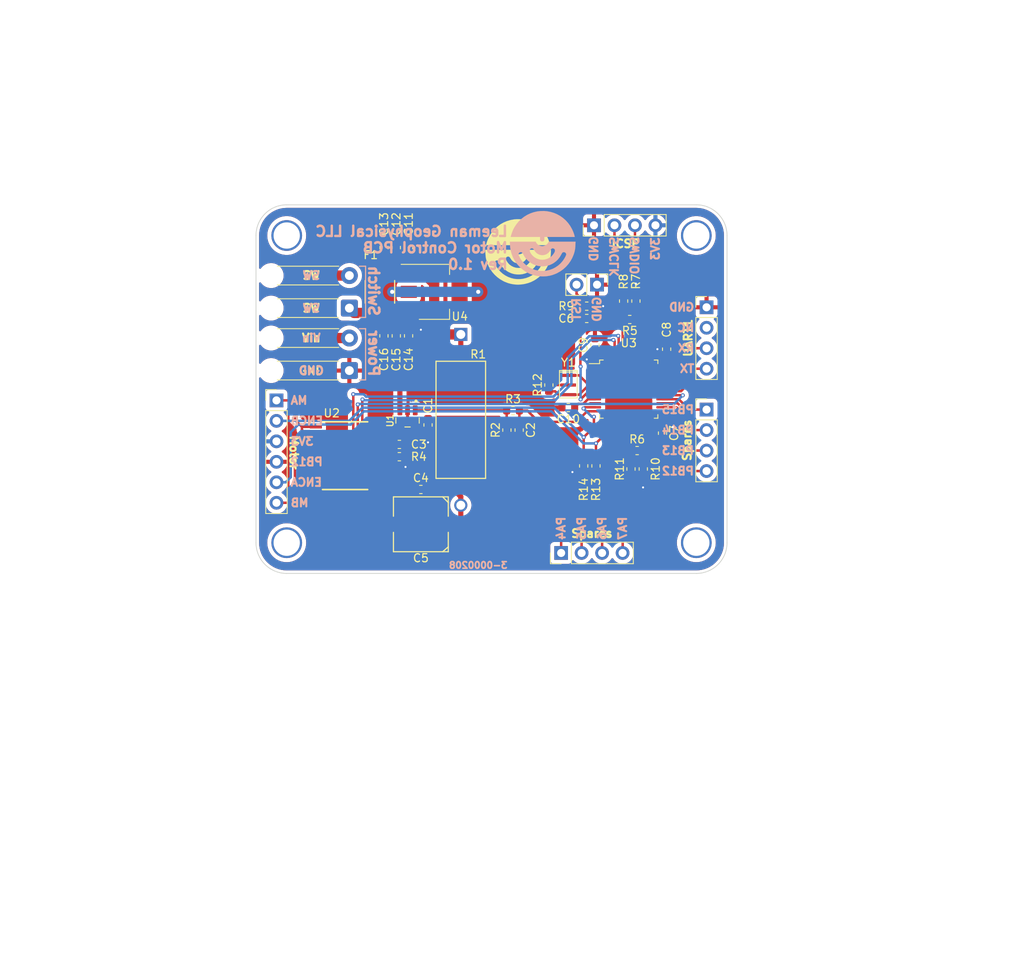
<source format=kicad_pcb>
(kicad_pcb (version 20240108) (generator "pcbnew") (generator_version "8.0")
  (title_block (title "Motor PCB - NSSL EFM") (date "2024-03-26") (rev "1.0") (company "Leeman Geophysical LLC") (comment 1 "(479) 373-3736") (comment 2 "Gentry, AR 72734") (comment 3 "23830 West AR Highway 12"))
  (layers (0 "F.Cu" signal) (1 "In1.Cu" signal) (2 "In2.Cu" signal) (31 "B.Cu" signal) (34 "B.Paste" user) (35 "F.Paste" user) (36 "B.SilkS" user "B.Silkscreen") (37 "F.SilkS" user "F.Silkscreen") (38 "B.Mask" user) (39 "F.Mask" user) (44 "Edge.Cuts" user))
  (net 0 "")
  (net 1 "+3V3")
  (net 2 "Net-(U1-VIN-)")
  (net 3 "GND")
  (net 4 "Current_Sense")
  (net 5 "/microcontroller/Reset")
  (net 6 "Net-(J8-Pin_1)")
  (net 7 "Motor_Encoder_B")
  (net 8 "+BATT")
  (net 9 "Motor_Encoder_A")
  (net 10 "Net-(J1-Pin_1)")
  (net 11 "Net-(J1-Pin_6)")
  (net 12 "Net-(J4-Pin_2)")
  (net 13 "Net-(J4-Pin_1)")
  (net 14 "/microcontroller/SWCLK")
  (net 15 "/microcontroller/SWDIO")
  (net 16 "Net-(J4-Pin_4)")
  (net 17 "Net-(J4-Pin_3)")
  (net 18 "Net-(J5-Pin_3)")
  (net 19 "Net-(J5-Pin_1)")
  (net 20 "Net-(J5-Pin_4)")
  (net 21 "Net-(J5-Pin_2)")
  (net 23 "Net-(J7-Pin_2)")
  (net 24 "UART1_TX")
  (net 25 "UART1_RX")
  (net 26 "Net-(U1-OUT)")
  (net 27 "Net-(R5-Pad2)")
  (net 28 "Net-(U2-STBY)")
  (net 29 "Net-(R10-Pad2)")
  (net 30 "Net-(U3-PD0)")
  (net 31 "Net-(U3-PD1)")
  (net 34 "/microcontroller/Boot0")
  (net 35 "/microcontroller/Boot1")
  (net 41 "DriverAin1")
  (net 42 "DriverAin2")
  (net 43 "DriverPWM")
  (footprint "mechanical:MountingHole_imperial4" (layer "F.Cu") (at 168.91 118.11)
    (property "Reference" "H1" (hide yes))
    (property "Value" "Imperial4")
  )
  (footprint "mechanical:MountingHole_imperial4" (layer "F.Cu") (at 118.11 118.11)
    (property "Reference" "H2" (hide yes))
    (property "Value" "Imperial4")
  )
  (footprint "mechanical:MountingHole_imperial4" (layer "F.Cu") (at 168.91 80.01)
    (property "Reference" "H3" (hide yes))
    (property "Value" "Imperial4")
  )
  (footprint "mechanical:MountingHole_imperial4" (layer "F.Cu") (at 118.11 80.01)
    (property "Reference" "H4" (hide yes))
    (property "Value" "Imperial4")
  )
  (footprint "capacitors_0603:1-0000007" (layer "F.Cu") (at 164.719 104.521 -90)
    (property "Reference" "C7")
    (property "Value" "1-0000007")
  )
  (footprint "capacitors_0603:1-0000007" (layer "F.Cu") (at 134.747 111.506)
    (property "Reference" "C4")
    (property "Value" "1-0000007")
  )
  (footprint "np_connectors:PinHeader_1x04_P2.54mm_Vertical" (layer "F.Cu") (at 170.18 101.6)
    (property "Reference" "J4" (hide yes))
    (property "Value" "NP_Conn_01x04")
  )
  (footprint "capacitors_0603:1-0000018" (layer "F.Cu") (at 131.699 81.5085 90)
    (property "Reference" "C12")
    (property "Value" "1-0000018")
  )
  (footprint "mechanical:Fiducial_1mm_Mask2mm" (layer "F.Cu") (at 163.83 119.38)
    (property "Reference" "FID2" (hide yes))
    (property "Value" "Fiducial_1mm_2mm")
  )
  (footprint "capacitors_0603:1-0000018" (layer "F.Cu") (at 155.321 90.297)
    (property "Reference" "C6")
    (property "Value" "1-0000018")
  )
  (footprint "np_connectors:PinHeader_1x04_P2.54mm_Vertical" (layer "F.Cu") (at 152.146 119.38 90)
    (property "Reference" "J5" (hide yes))
    (property "Value" "NP_Conn_01x04")
  )
  (footprint "capacitors_0603:1-0000007" (layer "F.Cu") (at 133.223 92.456 -90)
    (property "Reference" "C14")
    (property "Value" "1-0000007")
  )
  (footprint "resistors_0603:1-0000010" (layer "F.Cu") (at 145.415 104.14 -90)
    (property "Reference" "R2")
    (property "Value" "1-0000010")
  )
  (footprint "capacitors_0603:1-0000007" (layer "F.Cu") (at 130.175 81.5085 90)
    (property "Reference" "C13")
    (property "Value" "1-0000007")
  )
  (footprint "misc:barepcb" (layer "F.Cu") (at 162.941 170.18)
    (property "Reference" "PCB1")
    (property "Value" "barepcb")
  )
  (footprint "np_connectors:PinHeader_1x04_P2.54mm_Vertical" (layer "F.Cu") (at 156.22 78.74 90)
    (property "Reference" "J3" (hide yes))
    (property "Value" "NP_Conn_01x04")
  )
  (footprint "np_connectors:SolderWire_1x02_Relief" (layer "F.Cu") (at 126.475 86.941 -90)
    (property "Reference" "J8" (hide yes))
    (property "Value" "NP_Conn_01x02_Relief")
  )
  (footprint "np_connectors:PinHeader_1x04_P2.54mm_Vertical" (layer "F.Cu") (at 170.18 88.91)
    (property "Reference" "J6" (hide yes))
    (property "Value" "NP_Conn_01x04")
  )
  (footprint "crystals_resonators:1-0000721" (layer "F.Cu") (at 153.035 98.552 -90)
    (property "Reference" "Y1")
    (property "Value" "1-0000721")
  )
  (footprint "resistors_0603:1-0000006" (layer "F.Cu") (at 150.622 98.552 -90)
    (property "Reference" "R12")
    (property "Value" "1-0000006")
  )
  (footprint "capacitors_0603:1-0000005" (layer "F.Cu") (at 133.223 81.5085 90)
    (property "Reference" "C11")
    (property "Value" "1-0000005")
  )
  (footprint "resistors_0603:1-0000009" (layer "F.Cu") (at 146.177 101.727)
    (property "Reference" "R3")
    (property "Value" "1-0000009")
  )
  (footprint "resistors_0603:1-0000010" (layer "F.Cu") (at 156.464 108.585 90)
    (property "Reference" "R13")
    (property "Value" "1-0000010")
  )
  (footprint "resistors_0603:1-0000006" (layer "F.Cu") (at 161.417 88.138 -90)
    (property "Reference" "R7")
    (property "Value" "1-0000006")
  )
  (footprint "resistors_0603:1-0000010" (layer "F.Cu") (at 132.08 107.442 180)
    (property "Reference" "R4")
    (property "Value" "1-0000010")
  )
  (footprint "np_connectors:SolderWire_1x02_Relief" (layer "F.Cu") (at 126.475 94.688 -90)
    (property "Reference" "J7" (hide yes))
    (property "Value" "NP_Conn_01x02_Relief")
  )
  (footprint "np_connectors:PinHeader_1x06_P2.54mm_Vertical" (layer "F.Cu") (at 116.84 100.457)
    (property "Reference" "J1" (hide yes))
    (property "Value" "NP_Conn_01x06")
  )
  (footprint "capacitors:1-0000176" (layer "F.Cu") (at 134.747 115.824 -90)
    (property "Reference" "C5")
    (property "Value" "1-0000176")
  )
  (footprint "regulators:1-0000196" (layer "F.Cu") (at 136.398 86.995)
    (property "Reference" "U4")
    (property "Value" "1-0000196")
  )
  (footprint "capacitors_0603:1-0000018" (layer "F.Cu") (at 131.699 92.456 -90)
    (property "Reference" "C15")
    (property "Value" "1-0000018")
  )
  (footprint "resistors_0603:1-0000006" (layer "F.Cu") (at 160.8075 108.966 -90)
    (property "Reference" "R11")
    (property "Value" "1-0000006")
  )
  (footprint "capacitors_0603:1-0000007" (layer "F.Cu") (at 135.636 103.505 90)
    (property "Reference" "C1")
    (property "Value" "1-0000007")
  )
  (footprint "resistors_0603:1-0000010" (layer "F.Cu") (at 155.321 88.773 180)
    (property "Reference" "R9")
    (property "Value" "1-0000010")
  )
  (footprint "resistors_0603:1-0000006" (layer "F.Cu") (at 162.3315 108.966 90)
    (property "Reference" "R10")
    (property "Value" "1-0000006")
  )
  (footprint "resistors_0603:1-0000174" (layer "F.Cu") (at 160.655 90.424)
    (property "Reference" "R5")
    (property "Value" "1-0000174")
  )
  (footprint "others:1-0000452" (layer "F.Cu") (at 133.096 102.955 -90)
    (property "Reference" "U1")
    (property "Value" "1-0000452")
  )
  (footprint "microcontrollers:1-0000207" (layer "F.Cu") (at 160.528 99.06)
    (property "Reference" "U3")
    (property "Value" "1-0000207")
  )
  (footprint "resistors_0603:1-0000010" (layer "F.Cu") (at 154.94 108.585 90)
    (property "Reference" "R14")
    (property "Value" "1-0000010")
  )
  (footprint "capacitors_0603:1-0000007" (layer "F.Cu") (at 153.035 101.346 180)
    (property "Reference" "C10")
    (property "Value" "1-0000007")
  )
  (footprint "capacitors_0603:1-0000007" (layer "F.Cu") (at 156.337 93.599 90)
    (property "Reference" "C9")
    (property "Value" "1-0000007")
  )
  (footprint "capacitors_0603:1-0000007" (layer "F.Cu") (at 165.227 94.107 90)
    (property "Reference" "C8")
    (property "Value" "1-0000007")
  )
  (footprint "resistors_0603:1-0000174" (layer "F.Cu") (at 161.5695 106.68)
    (property "Reference" "R6")
    (property "Value" "1-0000174")
  )
  (footprint "resistors:1-0001546" (layer "F.Cu") (at 139.7 92.2782 -90)
    (property "Reference" "R1")
    (property "Value" "1-0001546" (hide yes))
  )
  (footprint "capacitors_0603:1-0000005" (layer "F.Cu") (at 130.166 92.456 -90)
    (property "Reference" "C16")
    (property "Value" "1-0000005")
  )
  (footprint "pcb_graphics:PCB Logo Standard" (layer "F.Cu") (at 146.812 82.042)
    (property "Reference" "G***" (hide yes))
    (property "Value" "LOGO" (hide yes))
  )
  (footprint "resistors_0603:1-0000006" (layer "F.Cu") (at 159.893 88.138 90)
    (property "Reference" "R8")
    (property "Value" "1-0000006")
  )
  (footprint "motor_drivers:1-0001532" (layer "F.Cu") (at 125.349 107.315)
    (property "Reference" "U2")
    (property "Value" "1-0001532")
  )
  (footprint "fuses:1-0001547" (layer "F.Cu") (at 129.667 86.995 90)
    (property "Reference" "F1")
    (property "Value" "1-0001547" (hide yes))
  )
  (footprint "capacitors_0603:1-0000007" (layer "F.Cu") (at 146.939 104.14 -90)
    (property "Reference" "C2")
    (property "Value" "1-0000007")
  )
  (footprint "np_connectors:PinHeader_1x02_P2.54mm_Vertical" (layer "F.Cu") (at 156.596 86.106 -90)
    (property "Reference" "J2" (hide yes))
    (property "Value" "NP_Conn_01x02")
  )
  (footprint "capacitors_0603:1-0000007" (layer "F.Cu") (at 132.08 105.918 180)
    (property "Reference" "C3")
    (property "Value" "1-0000007")
  )
  (footprint "mechanical:Fiducial_1mm_Mask2mm" (layer "F.Cu") (at 123.19 78.74)
    (property "Reference" "FID1" (hide yes))
    (property "Value" "Fiducial_1mm_2mm")
  )
  (footprint "pcb_graphics:PCB Logo Standard" (layer "B.Cu") (at 149.86 81.026 180)
    (property "Reference" "G***" (hide yes))
    (property "Value" "LOGO" (hide yes))
  )
  (gr_line (start 127.889 83.82) (end 127.889 90.17) (stroke (width 0.15)) (layer "B.SilkS"))
  (gr_line (start 127.889 97.917) (end 127.127 97.917) (stroke (width 0.15)) (layer "B.SilkS"))
  (gr_line (start 127.127 91.567) (end 127.889 91.567) (stroke (width 0.15)) (layer "B.SilkS"))
  (gr_line (start 127.889 90.17) (end 127.127 90.17) (stroke (width 0.15)) (layer "B.SilkS"))
  (gr_line (start 127.889 91.567) (end 127.889 97.917) (stroke (width 0.15)) (layer "B.SilkS"))
  (gr_line (start 127.127 83.82) (end 127.889 83.82) (stroke (width 0.15)) (layer "B.SilkS"))
  (gr_line (start 114.3 118.11) (end 114.300001 80.010001) (stroke (width 0.1)) (layer "Edge.Cuts"))
  (gr_arc (start 114.300001 80.010001) (mid 115.415924 77.315924) (end 118.110001 76.200001) (stroke (width 0.1)) (layer "Edge.Cuts"))
  (gr_arc (start 118.11 121.92) (mid 115.415923 120.804077) (end 114.3 118.11) (stroke (width 0.1)) (layer "Edge.Cuts"))
  (gr_arc (start 172.72 118.11) (mid 171.604077 120.804077) (end 168.91 121.92) (stroke (width 0.1)) (layer "Edge.Cuts"))
  (gr_arc (start 168.91 76.2) (mid 171.604077 77.315923) (end 172.72 80.01) (stroke (width 0.1)) (layer "Edge.Cuts"))
  (gr_line (start 118.110001 76.200001) (end 168.91 76.2) (stroke (width 0.1)) (layer "Edge.Cuts"))
  (gr_line (start 172.72 80.01) (end 172.72 118.11) (stroke (width 0.1)) (layer "Edge.Cuts"))
  (gr_line (start 168.91 121.92) (end 118.11 121.92) (stroke (width 0.1)) (layer "Edge.Cuts"))
  (gr_text "SWCLK" (at 158.75 82.6262 90) (layer "B.SilkS") (effects (font (size 1 1) (thickness 0.25)) (justify mirror)))
  (gr_text "PB12" (at 166.624 109.22 0) (layer "B.SilkS") (effects (font (size 1 1) (thickness 0.25)) (justify mirror)))
  (gr_text "GND" (at 121.158 96.774 0) (layer "B.SilkS") (effects (font (size 1 1) (thickness 0.25)) (justify mirror)))
  (gr_text "PA4" (at 152.146 116.332 90) (layer "B.SilkS") (effects (font (size 1 1) (thickness 0.25)) (justify mirror)))
  (gr_text "MA" (at 119.634 100.457 0) (layer "B.SilkS") (effects (font (size 1 1) (thickness 0.25)) (justify mirror)))
  (gr_text "Vin" (at 121.158 92.71 0) (layer "B.SilkS") (effects (font (size 1 1) (thickness 0.25)) (justify mirror)))
  (gr_text "PA7" (at 159.766 116.332 90) (layer "B.SilkS") (effects (font (size 1 1) (thickness 0.25)) (justify mirror)))
  (gr_text "Switch" (at 128.905 86.868 270) (layer "B.SilkS") (effects (font (size 1.27 1.27) (thickness 0.3175)) (justify mirror)))
  (gr_text "GND" (at 167.092381 88.9 0) (layer "B.SilkS") (effects (font (size 1 1) (thickness 0.25)) (justify mirror)))
  (gr_text "ENCB" (at 120.61019 102.997 0) (layer "B.SilkS") (effects (font (size 1 1) (thickness 0.25)) (justify mirror)))
  (gr_text "SW" (at 121.158 89.027 0) (layer "B.SilkS") (effects (font (size 1 1) (thickness 0.25)) (justify mirror)))
  (gr_text "SW" (at 121.158 84.963 0) (layer "B.SilkS") (effects (font (size 1 1) (thickness 0.25)) (justify mirror)))
  (gr_text "MB" (at 119.705428 113.157 0) (layer "B.SilkS") (effects (font (size 1 1) (thickness 0.25)) (justify mirror)))
  (gr_text "GND" (at 156.591 89.154 90) (layer "B.SilkS") (effects (font (size 1 1) (thickness 0.25)) (justify mirror)))
  (gr_text "TX" (at 167.759048 96.52 0) (layer "B.SilkS") (effects (font (size 1 1) (thickness 0.25)) (justify mirror)))
  (gr_text "SWDIO" (at 161.29 82.4738 90) (layer "B.SilkS") (effects (font (size 1 1) (thickness 0.25)) (justify mirror)))
  (gr_text "PA5" (at 154.686 116.332 90) (layer "B.SilkS") (effects (font (size 1 1) (thickness 0.25)) (justify mirror)))
  (gr_text "PB13" (at 166.624 106.68 0) (layer "B.SilkS") (effects (font (size 1 1) (thickness 0.25)) (justify mirror)))
  (gr_text "RX" (at 167.64 93.98 0) (layer "B.SilkS") (effects (font (size 1 1) (thickness 0.25)) (justify mirror)))
  (gr_text "ENCA" (at 120.538762 110.617 0) (layer "B.SilkS") (effects (font (size 1 1) (thickness 0.25)) (justify mirror)))
  (gr_text "RST" (at 154.051 89.154 90) (layer "B.SilkS") (effects (font (size 1 1) (thickness 0.25)) (justify mirror)))
  (gr_text "PB15" (at 166.624 101.6 0) (layer "B.SilkS") (effects (font (size 1 1) (thickness 0.25)) (justify mirror)))
  (gr_text "NC" (at 167.592381 91.44 0) (layer "B.SilkS") (effects (font (size 1 1) (thickness 0.25)) (justify mirror)))
  (gr_text "GND" (at 156.21 81.661 90) (layer "B.SilkS") (effects (font (size 1 1) (thickness 0.25)) (justify mirror)))
  (gr_text "PB14" (at 166.624 104.14 0) (layer "B.SilkS") (effects (font (size 1 1) (thickness 0.25)) (justify mirror)))
  (gr_text "Power" (at 128.905 94.615 270) (layer "B.SilkS") (effects (font (size 1.27 1.27) (thickness 0.3175)) (justify mirror)))
  (gr_text "3-0000208" (at 141.859 120.904 0) (layer "B.SilkS") (effects (font (size 0.8128 0.8128) (thickness 0.2032) (bold yes)) (justify mirror)))
  (gr_text "3V3" (at 163.83 81.661 90) (layer "B.SilkS") (effects (font (size 1 1) (thickness 0.25)) (justify mirror)))
  (gr_text "PA6" (at 157.226 116.332 90) (layer "B.SilkS") (effects (font (size 1 1) (thickness 0.25)) (justify mirror)))
  (gr_text "PB12" (at 120.586381 108.077 0) (layer "B.SilkS") (effects (font (size 1 1) (thickness 0.25)) (justify mirror)))
  (gr_text "Leeman Geophysical LLC\nMotor Control PCB\nRev 1.0" (at 145.669 81.534 0) (layer "B.SilkS") (effects (font (size 1.27 1.27) (thickness 0.3)) (justify left mirror)))
  (gr_text "3V3" (at 120.014952 105.537 0) (layer "B.SilkS") (effects (font (size 1 1) (thickness 0.25)) (justify mirror)))
  (gr_text "SW" (at 121.158 89.027 0) (layer "F.SilkS") (effects (font (size 1 1) (thickness 0.25))))
  (gr_text "GND" (at 121.158 96.774 0) (layer "F.SilkS") (effects (font (size 1 1) (thickness 0.25))))
  (gr_text "ICSP" (at 160.147 81.026 0) (layer "F.SilkS") (effects (font (size 1 1) (thickness 0.25))))
  (gr_text "Motor" (at 118.999 106.934 270) (layer "F.SilkS") (effects (font (size 1 1) (thickness 0.25))))
  (gr_text "Vin" (at 121.158 92.71 0) (layer "F.SilkS") (effects (font (size 1 1) (thickness 0.25))))
  (gr_text "Spares" (at 167.767 105.41 90) (layer "F.SilkS") (effects (font (size 1 1) (thickness 0.25))))
  (gr_text "Spares" (at 155.956 116.967 0) (layer "F.SilkS") (effects (font (size 1 1) (thickness 0.25))))
  (gr_text "UART1" (at 167.894 92.71 90) (layer "F.SilkS") (effects (font (size 1 1) (thickness 0.25))))
  (gr_text "SW" (at 121.158 84.963 0) (layer "F.SilkS") (effects (font (size 1 1) (thickness 0.25))))
  (segment (start 134.7215 91.6685) (end 134.747 91.694) (width 0.3048) (layer "F.Cu") (net 1))
  (segment (start 156.3115 94.3865) (end 156.337 94.3865) (width 0.3048) (layer "F.Cu") (net 1))
  (segment (start 164.719 103.7335) (end 165.9635 103.7335) (width 0.3048) (layer "F.Cu") (net 1))
  (segment (start 131.699 91.6685) (end 130.166 91.6685) (width 0.3048) (layer "F.Cu") (net 1))
  (segment (start 135.636 104.2925) (end 134.1285 104.2925) (width 0.3048) (layer "F.Cu") (net 1))
  (segment (start 164.6905 96.31) (end 164.6905 95.983375) (width 0.3048) (layer "F.Cu") (net 1))
  (segment (start 164.4395 94.107) (end 165.227 94.8945) (width 0.3048) (layer "F.Cu") (net 1))
  (segment (start 133.248 89.295) (end 133.248 91.6435) (width 0.3048) (layer "F.Cu") (net 1))
  (segment (start 161.417 87.3505) (end 161.417 85.979) (width 0.3048) (layer "F.Cu") (net 1))
  (segment (start 154.8892 100.8888) (end 154.2797 100.8888) (width 0.3048) (layer "F.Cu") (net 1))
  (segment (start 162.3315 111.2265) (end 162.306 111.252) (width 0.3048) (layer "F.Cu") (net 1))
  (segment (start 134.1285 104.2925) (end 134.046 104.21) (width 0.3048) (layer "F.Cu") (net 1))
  (segment (start 162.3315 109.7535) (end 162.3315 111.2265) (width 0.3048) (layer "F.Cu") (net 1))
  (segment (start 156.3655 100.31) (end 155.468 100.31) (width 0.3048) (layer "F.Cu") (net 1))
  (segment (start 130.0705 106.34) (end 128.974 106.34) (width 0.3048) (layer "F.Cu") (net 1))
  (segment (start 132.8675 107.442) (end 132.8675 108.6865) (width 0.3048) (layer "F.Cu") (net 1))
  (segment (start 165.9635 103.7335) (end 165.989 103.759) (width 0.3048) (layer "F.Cu") (net 1))
  (segment (start 156.848 94.8975) (end 156.337 94.3865) (width 0.3048) (layer "F.Cu") (net 1))
  (segment (start 131.2925 105.918) (end 130.4925 105.918) (width 0.3048) (layer "F.Cu") (net 1))
  (segment (start 164.208 103.2225) (end 164.719 103.7335) (width 0.3048) (layer "F.Cu") (net 1))
  (segment (start 133.248 91.6435) (end 133.223 91.6685) (width 0.3048) (layer "F.Cu") (net 1))
  (segment (start 153.8225 101.346) (end 153.8225 102.3365) (width 0.3048) (layer "F.Cu") (net 1))
  (segment (start 131.2925 105.918) (end 131.3435 105.918) (width 0.3048) (layer "F.Cu") (net 1))
  (segment (start 154.94 109.3725) (end 153.5685 109.3725) (width 0.3048) (layer "F.Cu") (net 1))
  (segment (start 155.468 100.31) (end 154.8892 100.8888) (width 0.3048) (layer "F.Cu") (net 1))
  (segment (start 133.223 91.6685) (end 131.699 91.6685) (width 0.3048) (layer "F.Cu") (net 1))
  (segment (start 135.636 104.2925) (end 135.636 105.664) (width 0.3048) (layer "F.Cu") (net 1))
  (segment (start 132.8675 108.6865) (end 132.842 108.712) (width 0.3048) (layer "F.Cu") (net 1))
  (segment (start 155.321 95.377) (end 156.3115 94.3865) (width 0.3048) (layer "F.Cu") (net 1))
  (segment (start 163.278 103.2225) (end 164.208 103.2225) (width 0.3048) (layer "F.Cu") (net 1))
  (segment (start 133.223 91.6685) (end 134.7215 91.6685) (width 0.3048) (layer "F.Cu") (net 1))
  (segment (start 153.5685 109.3725) (end 153.543 109.347) (width 0.3048) (layer "F.Cu") (net 1))
  (segment (start 156.464 109.3725) (end 154.94 109.3725) (width 0.3048) (layer "F.Cu") (net 1))
  (segment (start 153.8225 102.3365) (end 153.67 102.489) (width 0.3048) (layer "F.Cu") (net 1))
  (segment (start 165.227 95.446875) (end 165.227 94.8945) (width 0.3048) (layer "F.Cu") (net 1))
  (segment (start 131.3435 105.918) (end 132.8675 107.442) (width 0.3048) (layer "F.Cu") (net 1))
  (segment (start 130.4925 105.918) (end 130.0705 106.34) (width 0.3048) (layer "F.Cu") (net 1))
  (segment (start 164.6905 95.983375) (end 165.227 95.446875) (width 0.3048) (layer "F.Cu") (net 1))
  (segment (start 164.084 94.107) (end 164.4395 94.107) (width 0.3048) (layer "F.Cu") (net 1))
  (segment (start 154.2797 100.8888) (end 153.8225 101.346) (width 0.3048) (layer "F.Cu") (net 1))
  (segment (start 157.778 94.8975) (end 156.848 94.8975) (width 0.3048) (layer "F.Cu") (net 1))
  (segment (start 156.1085 88.773) (end 157.353 88.773) (width 0.3048) (layer "F.Cu") (net 1))
  (via (at 132.842 108.712) (size 0.508) (drill 0.254) (layers "F.Cu" "B.Cu") (net 1))
  (via (at 155.321 95.377) (size 0.508) (drill 0.254) (layers "F.Cu" "B.Cu") (net 1))
  (via (at 135.636 105.664) (size 0.508) (drill 0.254) (layers "F.Cu" "B.Cu") (net 1))
  (via (at 157.353 88.773) (size 0.508) (drill 0.254) (layers "F.Cu" "B.Cu") (net 1))
  (via (at 164.084 94.107) (size 0.508) (drill 0.254) (layers "F.Cu" "B.Cu") (net 1))
  (via (at 165.989 103.759) (size 0.508) (drill 0.254) (layers "F.Cu" "B.Cu") (net 1))
  (via (at 153.67 102.489) (size 0.508) (drill 0.254) (layers "F.Cu" "B.Cu") (net 1))
  (via (at 161.417 85.979) (size 0.508) (drill 0.254) (layers "F.Cu" "B.Cu") (net 1))
  (via (at 134.747 91.694) (size 0.508) (drill 0.254) (layers "F.Cu" "B.Cu") (net 1))
  (via (at 162.306 111.252) (size 0.508) (drill 0.254) (layers "F.Cu" "B.Cu") (net 1))
  (via (at 153.543 109.347) (size 0.508) (drill 0.254) (layers "F.Cu" "B.Cu") (net 1))
  (segment (start 139.7 115.443) (end 139.319 115.824) (width 0.635) (layer "F.Cu") (net 2))
  (segment (start 131.045 103.74) (end 131.515 104.21) (width 0.3048) (layer "F.Cu") (net 2))
  (segment (start 139.7 113.4618) (end 139.7 115.443) (width 0.635) (layer "F.Cu") (net 2))
  (segment (start 132.146 104.21) (end 132.531 104.21) (width 0.508) (layer "F.Cu") (net 2))
  (segment (start 134.2645 105.9435) (end 134.2645 110.236) (width 0.508) (layer "F.Cu") (net 2))
  (segment (start 130.81 110.744) (end 130.81 110.236) (width 0.3048) (layer "F.Cu") (net 2))
  (segment (start 128.974 103.74) (end 131.045 103.74) (width 0.3048) (layer "F.Cu") (net 2))
  (segment (start 139.7 112.395) (end 139.7 113.4618) (width 0.635) (layer "F.Cu") (net 2))
  (segment (start 139.319 115.824) (end 137.447 115.824) (width 0.635) (layer "F.Cu") (net 2))
  (segment (start 130.81 110.236) (end 134.2645 110.236) (width 0.3048) (layer "F.Cu") (net 2))
  (segment (start 128.974 110.24) (end 130.806 110.24) (width 0.3048) (layer "F.Cu") (net 2))
  (segment (start 130.664 110.89) (end 130.81 110.744) (width 0.3048) (layer "F.Cu") (net 2))
  (segment (start 138.811 111.506) (end 139.7 112.395) (width 0.635) (layer "F.Cu") (net 2))
  (segment (start 130.806 110.24) (end 130.81 110.236) (width 0.3048) (layer "F.Cu") (net 2))
  (segment (start 135.5345 111.506) (end 134.2645 110.236) (width 0.635) (layer "F.Cu") (net 2))
  (segment (start 128.974 110.89) (end 130.664 110.89) (width 0.3048) (layer "F.Cu") (net 2))
  (segment (start 132.531 104.21) (end 134.2645 105.9435) (width 0.508) (layer "F.Cu") (net 2))
  (segment (start 135.5345 111.506) (end 138.811 111.506) (width 0.635) (layer "F.Cu") (net 2))
  (segment (start 131.515 104.21) (end 132.146 104.21) (width 0.3048) (layer "F.Cu") (net 2))
  (segment (start 120.549 108.94) (end 121.724 108.94) (width 0.3048) (layer "F.Cu") (net 3))
  (segment (start 166.4208 96.4692) (end 166.0372 96.8528) (width 0.3048) (layer "F.Cu") (net 3))
  (segment (start 132.8675 105.918) (end 133.7057 106.7562) (width 0.3048) (layer "F.Cu") (net 3))
  (segment (start 131.953 109.601) (end 129.992 107.64) (width 0.3048) (layer "F.Cu") (net 3))
  (segment (start 166.4208 94.0308) (end 166.4208 96.4692) (width 0.3048) (layer "F.Cu") (net 3))
  (segment (start 120.269 105.167) (end 120.269 105.537) (width 0.3048) (layer "F.Cu") (net 3))
  (segment (start 133.248 86.995) (end 131.191 86.995) (width 1.27) (layer "F.Cu") (net 3))
  (segment (start 165.227 93.3195) (end 165.7095 93.3195) (width 0.3048) (layer "F.Cu") (net 3))
  (segment (start 158.278 93.889) (end 157.861 93.472) (width 0.3048) (layer "F.Cu") (net 3))
  (segment (start 133.7057 106.7562) (end 133.7057 109.1183) (width 0.3048) (layer "F.Cu") (net 3))
  (segment (start 120.396 105.04) (end 120.269 105.167) (width 0.3048) (layer "F.Cu") (net 3))
  (segment (start 120.512 109.59) (end 120.396 109.474) (width 0.3048) (layer "F.Cu") (net 3))
  (segment (start 158.278 94.8975) (end 158.278 93.889) (width 0.3048) (layer "F.Cu") (net 3))
  (segment (start 121.724 109.59) (end 120.512 109.59) (width 0.3048) (layer "F.Cu") (net 3))
  (segment (start 164.6905 96.81) (end 163.485 96.81) (width 0.3048) (layer "F.Cu") (net 3))
  (segment (start 120.269 105.537) (end 120.422 105.69) (width 0.3048) (layer "F.Cu") (net 3))
  (segment (start 156.3655 99.81) (end 157.873 99.81) (width 0.3048) (layer "F.Cu") (net 3))
  (segment (start 120.422 105.69) (end 121.724 105.69) (width 0.3048) (layer "F.Cu") (net 3))
  (segment (start 153.035 98.552) (end 149.733 98.552) (width 0.3048) (layer "F.Cu") (net 3))
  (segment (start 129.992 107.64) (end 128.974 107.64) (width 0.3048) (layer "F.Cu") (net 3))
  (segment (start 164.7333 96.8528) (end 164.6905 96.81) (width 0.3048) (layer "F.Cu") (net 3))
  (segment (start 166.0372 96.8528) (end 164.7333 96.8528) (width 0.3048) (layer "F.Cu") (net 3))
  (segment (start 133.223 109.601) (end 131.953 109.601) (width 0.3048) (layer "F.Cu") (net 3))
  (segment (start 158.278 99.405) (end 158.278 94.8975) (width 0.3048) (layer "F.Cu") (net 3))
  (segment (start 157.873 99.81) (end 158.278 99.405) (width 0.3048) (layer "F.Cu") (net 3))
  (segment (start 133.7057 109.1183) (end 133.223 109.601) (width 0.3048) (layer "F.Cu") (net 3))
  (segment (start 120.396 109.474) (end 120.396 109.093) (width 0.3048) (layer "F.Cu") (net 3))
  (segment (start 121.724 105.04) (end 120.396 105.04) (width 0.3048) (layer "F.Cu") (net 3))
  (segment (start 165.7095 93.3195) (end 166.4208 94.0308) (width 0.3048) (layer "F.Cu") (net 3))
  (segment (start 128.974 107.64) (end 127.31 107.64) (width 0.3048) (layer "F.Cu") (net 3))
  (segment (start 162.778 103.2225) (end 162.778 104.485) (width 0.3048) (layer "F.Cu") (net 3))
  (segment (start 120.396 109.093) (end 120.549 108.94) (width 0.3048) (layer "F.Cu") (net 3))
  (via (at 131.191 86.995) (size 1.016) (drill 0.508) (layers "F.Cu" "B.Cu") (net 3))
  (via (at 141.859 86.995) (size 1.016) (drill 0.508) (layers "F.Cu" "B.Cu") (net 3))
  (segment (start 131.191 86.995) (end 141.859 86.995) (width 1.27) (layer "B.Cu") (net 3))
  (segment (start 154.051 103.124) (end 149.352 103.124) (width 0.3048) (layer "F.Cu") (net 4))
  (segment (start 155.365 101.81) (end 154.051 103.124) (width 0.3048) (layer "F.Cu") (net 4))
  (segment (start 149.352 103.124) (end 147.955 101.727) (width 0.3048) (layer "F.Cu") (net 4))
  (segment (start 146.9645 101.727) (end 146.9645 103.327) (width 0.3048) (layer "F.Cu") (net 4))
  (segment (start 156.3655 101.81) (end 155.365 101.81) (width 0.3048) (layer "F.Cu") (net 4))
  (segment (start 146.9645 103.327) (end 146.939 103.3525) (width 0.3048) (layer "F.Cu") (net 4))
  (segment (start 147.955 101.727) (end 146.9645 101.727) (width 0.3048) (layer "F.Cu") (net 4))
  (segment (start 155.579 99.31) (end 156.3655 99.31) (width 0.3048) (layer "F.Cu") (net 5))
  (segment (start 154.559 100.33) (end 155.579 99.31) (width 0.3048) (layer "F.Cu") (net 5))
  (segment (start 154.5335 88.773) (end 154.5335 90.297) (width 0.3048) (layer "F.Cu") (net 5))
  (segment (start 154.5335 90.297) (end 154.5335 96.2405) (width 0.3048) (layer "F.Cu") (net 5))
  (segment (start 154.559 88.7475) (end 154.5335 88.773) (width 0.3048) (layer "F.Cu") (net 5))
  (segment (start 154.559 87.757) (end 154.559 88.7475) (width 0.3048) (layer "F.Cu") (net 5))
  (segment (start 154.5335 96.2405) (end 154.559 96.266) (width 0.3048) (layer "F.Cu") (net 5))
  (segment (start 154.056 87.254) (end 154.559 87.757) (width 0.3048) (layer "F.Cu") (net 5))
  (segment (start 154.056 86.106) (end 154.056 87.254) (width 0.3048) (layer "F.Cu") (net 5))
  (via (at 154.559 96.266) (size 0.508) (drill 0.254) (layers "F.Cu" "B.Cu") (net 5))
  (via (at 154.559 100.33) (size 0.508) (drill 0.254) (layers "F.Cu" "B.Cu") (net 5))
  (segment (start 154.559 96.266) (end 154.559 100.33) (width 0.3048) (layer "B.Cu") (net 5))
  (segment (start 125.879 89.013) (end 126.4772 89.6112) (width 1.27) (layer "F.Cu") (net 6))
  (segment (start 126.4772 89.6112) (end 129.667 89.6112) (width 1.27) (layer "F.Cu") (net 6))
  (segment (start 154.94 105.029) (end 156.21 103.759) (width 0.3048) (layer "F.Cu") (net 7))
  (segment (start 154.94 107.7975) (end 154.94 105.029) (width 0.3048) (layer "F.Cu") (net 7))
  (segment (start 155.075443 101.31) (end 156.3655 101.31) (width 0.3048) (layer "F.Cu") (net 7))
  (segment (start 156.21 103.759) (end 156.21 102.489) (width 0.3048) (layer "F.Cu") (net 7))
  (segment (start 154.924931 101.460512) (end 155.075443 101.31) (width 0.3048) (layer "F.Cu") (net 7))
  (via (at 156.21 102.489) (size 0.508) (drill 0.254) (layers "F.Cu" "B.Cu") (net 7))
  (via (at 154.924931 101.460512) (size 0.508) (drill 0.254) (layers "F.Cu" "B.Cu") (net 7))
  (via (at 154.94 105.029) (size 0.508) (drill 0.254) (layers "F.Cu" "B.Cu") (net 7))
  (segment (start 127.495088 101.358912) (end 125.857 102.997) (width 0.3048) (layer "B.Cu") (net 7))
  (segment (start 155.953419 102.489) (end 154.924931 101.460512) (width 0.3048) (layer "B.Cu") (net 7))
  (segment (start 125.857 102.997) (end 116.84 102.997) (width 0.3048) (layer "B.Cu") (net 7))
  (segment (start 156.21 102.489) (end 155.953419 102.489) (width 0.3048) (layer "B.Cu") (net 7))
  (segment (start 154.94 105.029) (end 151.269912 101.358912) (width 0.3048) (layer "B.Cu") (net 7))
  (segment (start 151.269912 101.358912) (end 127.495088 101.358912) (width 0.3048) (layer "B.Cu") (net 7))
  (segment (start 133.223 84.67) (end 133.248 84.695) (width 1.27) (layer "F.Cu") (net 8))
  (segment (start 130.175 82.296) (end 133.223 82.296) (width 1.27) (layer "F.Cu") (net 8))
  (segment (start 135.114 84.695) (end 133.248 84.695) (width 1.27) (layer "F.Cu") (net 8))
  (segment (start 129.667 82.804) (end 130.175 82.296) (width 1.27) (layer "F.Cu") (net 8))
  (segment (start 136.398 85.979) (end 135.114 84.695) (width 1.27) (layer "F.Cu") (net 8))
  (segment (start 136.398 91.059) (end 136.398 85.979) (width 1.27) (layer "F.Cu") (net 8))
  (segment (start 139.7 92.2782) (end 137.6172 92.2782) (width 1.27) (layer "F.Cu") (net 8))
  (segment (start 132.146 98.613) (end 133.604 97.155) (width 0.635) (layer "F.Cu") (net 8))
  (segment (start 133.604 97.155) (end 138.303 97.155) (width 0.635) (layer "F.Cu") (net 8))
  (segment (start 133.223 82.296) (end 133.223 84.67) (width 1.27) (layer "F.Cu") (net 8))
  (segment (start 139.7 95.758) (end 139.7 92.2782) (width 0.635) (layer "F.Cu") (net 8))
  (segment (start 138.303 97.155) (end 139.7 95.758) (width 0.635) (layer "F.Cu") (net 8))
  (segment (start 132.146 101.7) (end 132.146 98.613) (width 0.635) (layer "F.Cu") (net 8))
  (segment (start 137.6172 92.2782) (end 136.398 91.059) (width 1.27) (layer "F.Cu") (net 8))
  (segment (start 129.667 84.3788) (end 129.667 82.804) (width 1.27) (layer "F.Cu") (net 8))
  (segment (start 157.778 103.2225) (end 157.778 104.477) (width 0.3048) (layer "F.Cu") (net 9))
  (segment (start 157.778 104.477) (end 156.464 105.791) (width 0.3048) (layer "F.Cu") (net 9))
  (segment (start 156.464 105.791) (end 156.464 107.7975) (width 0.3048) (layer "F.Cu") (net 9))
  (via (at 156.464 105.791) (size 0.508) (drill 0.254) (layers "F.Cu" "B.Cu") (net 9))
  (segment (start 154.911737 105.791) (end 150.936849 101.816112) (width 0.3048) (layer "B.Cu") (net 9))
  (segment (start 117.983 110.617) (end 116.84 110.617) (width 0.3048) (layer "B.Cu") (net 9))
  (segment (start 119.5578 103.4542) (end 118.618 104.394) (width 0.3048) (layer "B.Cu") (net 9))
  (segment (start 118.618 104.394) (end 118.618 109.982) (width 0.3048) (layer "B.Cu") (net 9))
  (segment (start 118.618 109.982) (end 117.983 110.617) (width 0.3048) (layer "B.Cu") (net 9))
  (segment (start 156.464 105.791) (end 154.911737 105.791) (width 0.3048) (layer "B.Cu") (net 9))
  (segment (start 150.936849 101.816112) (end 127.684466 101.816112) (width 0.3048) (layer "B.Cu") (net 9))
  (segment (start 126.046378 103.4542) (end 119.5578 103.4542) (width 0.3048) (layer "B.Cu") (net 9))
  (segment (start 127.684466 101.816112) (end 126.046378 103.4542) (width 0.3048) (layer "B.Cu") (net 9))
  (segment (start 118.364 100.457) (end 116.84 100.457) (width 0.3048) (layer "F.Cu") (net 10))
  (segment (start 119.126 102.87) (end 119.126 101.219) (width 0.3048) (layer "F.Cu") (net 10))
  (segment (start 119.996 103.74) (end 119.126 102.87) (width 0.3048) (layer "F.Cu") (net 10))
  (segment (start 120.265 104.39) (end 121.724 104.39) (width 0.3048) (layer "F.Cu") (net 10))
  (segment (start 119.126 101.219) (end 118.364 100.457) (width 0.3048) (layer "F.Cu") (net 10))
  (segment (start 119.996 103.74) (end 119.996 104.121) (width 0.3048) (layer "F.Cu") (net 10))
  (segment (start 119.996 104.121) (end 120.265 104.39) (width 0.3048) (layer "F.Cu") (net 10))
  (segment (start 121.724 103.74) (end 119.996 103.74) (width 0.3048) (layer "F.Cu") (net 10))
  (segment (start 120.213 106.609) (end 120.213 106.99) (width 0.3048) (layer "F.Cu") (net 11))
  (segment (start 121.724 106.34) (end 120.482 106.34) (width 0.3048) (layer "F.Cu") (net 11))
  (segment (start 119.126 112.268) (end 119.126 108.077) (width 0.3048) (layer "F.Cu") (net 11))
  (segment (start 120.482 106.34) (end 120.213 106.609) (width 0.3048) (layer "F.Cu") (net 11))
  (segment (start 118.237 113.157) (end 119.126 112.268) (width 0.3048) (layer "F.Cu") (net 11))
  (segment (start 119.126 108.077) (end 120.213 106.99) (width 0.3048) (layer "F.Cu") (net 11))
  (segment (start 120.213 106.99) (end 121.724 106.99) (width 0.3048) (layer "F.Cu") (net 11))
  (segment (start 116.84 113.157) (end 118.237 113.157) (width 0.3048) (layer "F.Cu") (net 11))
  (segment (start 167.894 102.119578) (end 167.894 103.632) (width 0.3048) (layer "F.Cu") (net 12))
  (segment (start 168.402 104.14) (end 170.18 104.14) (width 0.3048) (layer "F.Cu") (net 12))
  (segment (start 164.6905 100.81) (end 166.584422 100.81) (width 0.3048) (layer "F.Cu") (net 12))
  (segment (start 166.584422 100.81) (end 167.894 102.119578) (width 0.3048) (layer "F.Cu") (net 12))
  (segment (start 167.894 103.632) (end 168.402 104.14) (width 0.3048) (layer "F.Cu") (net 12))
  (segment (start 166.731 100.31) (end 168.021 101.6) (width 0.3048) (layer "F.Cu") (net 13))
  (segment (start 164.6905 100.31) (end 166.731 100.31) (width 0.3048) (layer "F.Cu") (net 13))
  (segment (start 168.021 101.6) (end 170.18 101.6) (width 0.3048) (layer "F.Cu") (net 13))
  (segment (start 158.76 80.02) (end 158.76 78.74) (width 0.3048) (layer "F.Cu") (net 14))
  (segment (start 163.278 82.898578) (end 161.024422 80.645) (width 0.3048) (layer "F.Cu") (net 14))
  (segment (start 161.024422 80.645) (end 159.385 80.645) (width 0.3048) (layer "F.Cu") (net 14))
  (segment (start 159.385 80.645) (end 158.76 80.02) (width 0.3048) (layer "F.Cu") (net 14))
  (segment (start 163.278 94.8975) (end 163.278 82.898578) (width 0.3048) (layer "F.Cu") (net 14))
  (segment (start 164.338 92.329) (end 163.7352 91.7262) (width 0.3048) (layer "F.Cu") (net 15))
  (segment (start 163.735199 82.709199) (end 161.3 80.274) (width 0.3048) (layer "F.Cu") (net 15))
  (segment (start 161.3 80.274) (end 161.3 78.74) (width 0.3048) (layer "F.Cu") (net 15))
  (segment (start 166.878 96.658578) (end 166.878 93.218) (width 0.3048) (layer "F.Cu") (net 15))
  (segment (start 166.226578 97.31) (end 166.878 96.658578) (width 0.3048) (layer "F.Cu") (net 15))
  (segment (start 163.7352 91.7262) (end 163.735199 82.709199) (width 0.3048) (layer "F.Cu") (net 15))
  (segment (start 166.878 93.218) (end 165.989 92.329) (width 0.3048) (layer "F.Cu") (net 15))
  (segment (start 164.6905 97.31) (end 166.226578 97.31) (width 0.3048) (layer "F.Cu") (net 15))
  (segment (start 165.989 92.329) (end 164.338 92.329) (width 0.3048) (layer "F.Cu") (net 15))
  (segment (start 164.6905 101.81) (end 166.291266 101.81) (width 0.3048) (layer "F.Cu") (net 16))
  (segment (start 168.021 109.22) (end 170.18 109.22) (width 0.3048) (layer "F.Cu") (net 16))
  (segment (start 166.9796 108.1786) (end 168.021 109.22) (width 0.3048) (layer "F.Cu") (net 16))
  (segment (start 166.291266 101.81) (end 166.9796 102.498334) (width 0.3048) (layer "F.Cu") (net 16))
  (segment (start 166.9796 102.498334) (end 166.9796 108.1786) (width 0.3048) (layer "F.Cu") (net 16))
  (segment (start 167.4368 105.8418) (end 168.275 106.68) (width 0.3048) (layer "F.Cu") (net 17))
  (segment (start 168.275 106.68) (end 170.18 106.68) (width 0.3048) (layer "F.Cu") (net 17))
  (segment (start 167.4368 102.308956) (end 167.4368 105.8418) (width 0.3048) (layer "F.Cu") (net 17))
  (segment (start 166.437844 101.31) (end 167.4368 102.308956) (width 0.3048) (layer "F.Cu") (net 17))
  (segment (start 164.6905 101.31) (end 166.437844 101.31) (width 0.3048) (layer "F.Cu") (net 17))
  (segment (start 157.226 117.983) (end 157.226 119.38) (width 0.3048) (layer "F.Cu") (net 18))
  (segment (start 159.278 103.2225) (end 159.278 115.931) (width 0.3048) (layer "F.Cu") (net 18))
  (segment (start 159.278 115.931) (end 157.226 117.983) (width 0.3048) (layer "F.Cu") (net 18))
  (segment (start 158.278 103.2225) (end 158.278 115.637844) (width 0.3048) (layer "F.Cu") (net 19))
  (segment (start 158.278 115.637844) (end 157.025044 116.8908) (width 0.3048) (layer "F.Cu") (net 19))
  (segment (start 157.025044 116.8908) (end 153.1112 116.8908) (width 0.3048) (layer "F.Cu") (net 19))
  (segment (start 152.146 117.856) (end 152.146 119.38) (width 0.3048) (layer "F.Cu") (net 19))
  (segment (start 153.1112 116.8908) (end 152.146 117.856) (width 0.3048) (layer "F.Cu") (net 19))
  (segment (start 159.778 103.2225) (end 159.778 119.368) (width 0.3048) (layer "F.Cu") (net 20))
  (segment (start 159.778 119.368) (end 159.766 119.38) (width 0.3048) (layer "F.Cu") (net 20))
  (segment (start 157.214422 117.348) (end 158.778 115.784422) (width 0.3048) (layer "F.Cu") (net 21))
  (segment (start 158.778 115.784422) (end 158.778 103.2225) (width 0.3048) (layer "F.Cu") (net 21))
  (segment (start 154.686 119.38) (end 154.686 117.856) (width 0.3048) (layer "F.Cu") (net 21))
  (segment (start 154.686 117.856) (end 155.194 117.348) (width 0.3048) (layer "F.Cu") (net 21))
  (segment (start 155.194 117.348) (end 157.214422 117.348) (width 0.3048) (layer "F.Cu") (net 21))
  (segment (start 123.063 85.979) (end 123.063 91.694) (width 1.27) (layer "F.Cu") (net 23))
  (segment (start 125.879 84.977) (end 124.065 84.977) (width 1.27) (layer "F.Cu") (net 23))
  (segment (start 123.063 91.694) (end 124.093 92.724) (width 1.27) (layer "F.Cu") (net 23))
  (segment (start 124.065 84.977) (end 123.063 85.979) (width 1.27) (layer "F.Cu") (net 23))
  (segment (start 124.093 92.724) (end 125.879 92.724) (width 1.27) (layer "F.Cu") (net 23))
  (segment (start 168.0972 98.233378) (end 168.0972 96.9518) (width 0.3048) (layer "F.Cu") (net 24))
  (segment (start 168.0972 96.9518) (end 168.529 96.52) (width 0.3048) (layer "F.Cu") (net 24))
  (segment (start 168.539 96.53) (end 170.18 96.53) (width 0.3048) (layer "F.Cu") (net 24))
  (segment (start 167.020578 99.31) (end 168.0972 98.233378) (width 0.3048) (layer "F.Cu") (net 24))
  (segment (start 164.6905 99.31) (end 167.020578 99.31) (width 0.3048) (layer "F.Cu") (net 24))
  (segment (start 168.529 96.52) (end 168.539 96.53) (width 0.3048) (layer "F.Cu") (net 24))
  (segment (start 168.92 93.99) (end 170.18 93.99) (width 0.3048) (layer "F.Cu") (net 25))
  (segment (start 164.6905 98.81) (end 166.874 98.81) (width 0.3048) (layer "F.Cu") (net 25))
  (segment (start 166.874 98.81) (end 167.64 98.044) (width 0.3048) (layer "F.Cu") (net 25))
  (segment (start 168.91 93.98) (end 168.92 93.99) (width 0.3048) (layer "F.Cu") (net 25))
  (segment (start 167.64 98.044) (end 167.64 95.25) (width 0.3048) (layer "F.Cu") (net 25))
  (segment (start 167.64 95.25) (end 168.91 93.98) (width 0.3048) (layer "F.Cu") (net 25))
  (segment (start 145.3625 101.7) (end 145.3895 101.727) (width 0.3048) (layer "F.Cu") (net 26))
  (segment (start 134.046 101.7) (end 145.3625 101.7) (width 0.3048) (layer "F.Cu") (net 26))
  (segment (start 145.3895 103.327) (end 145.415 103.3525) (width 0.3048) (layer "F.Cu") (net 26))
  (segment (start 145.3895 101.727) (end 145.3895 103.327) (width 0.3048) (layer "F.Cu") (net 26))
  (segment (start 161.4425 90.424) (end 161.4425 88.951) (width 0.3048) (layer "F.Cu") (net 27))
  (segment (start 161.4425 88.951) (end 161.417 88.9255) (width 0.3048) (layer "F.Cu") (net 27))
  (segment (start 161.417 88.9255) (end 159.893 88.9255) (width 0.3048) (layer "F.Cu") (net 27))
  (segment (start 128.974 106.99) (end 130.104 106.99) (width 0.3048) (layer "F.Cu") (net 28))
  (segment (start 130.104 106.99) (end 130.556 107.442) (width 0.3048) (layer "F.Cu") (net 28))
  (segment (start 130.556 107.442) (end 131.2925 107.442) (width 0.3048) (layer "F.Cu") (net 28))
  (segment (start 160.8075 108.1785) (end 162.3315 108.1785) (width 0.3048) (layer "F.Cu") (net 29))
  (segment (start 162.357 106.68) (end 162.357 108.153) (width 0.3048) (layer "F.Cu") (net 29))
  (segment (start 162.357 108.153) (end 162.3315 108.1785) (width 0.3048) (layer "F.Cu") (net 29))
  (segment (start 154.375 97.352) (end 155.333 98.31) (width 0.3048) (layer "F.Cu") (net 30))
  (segment (start 155.333 98.31) (end 156.3655 98.31) (width 0.3048) (layer "F.Cu") (net 30))
  (segment (start 151.822 97.352) (end 151.4095 97.7645) (width 0.3048) (layer "F.Cu") (net 30))
  (segment (start 151.4095 97.7645) (end 150.622 97.7645) (width 0.3048) (layer "F.Cu") (net 30))
  (segment (start 153.035 97.352) (end 154.375 97.352) (width 0.3048) (layer "F.Cu") (net 30))
  (segment (start 153.035 97.352) (end 151.822 97.352) (width 0.3048) (layer "F.Cu") (net 30))
  (segment (start 156.3615 98.806) (end 156.3655 98.81) (width 0.3048) (layer "F.Cu") (net 31))
  (segment (start 155.321 98.806) (end 156.3615 98.806) (width 0.3048) (layer "F.Cu") (net 31))
  (segment (start 151.822 99.752) (end 151.4095 99.3395) (width 0.3048) (layer "F.Cu") (net 31))
  (segment (start 153.035 99.752) (end 151.822 99.752) (width 0.3048) (layer "F.Cu") (net 31))
  (segment (start 154.375 99.752) (end 155.321 98.806) (width 0.3048) (layer "F.Cu") (net 31))
  (segment (start 151.4095 99.3395) (end 150.622 99.3395) (width 0.3048) (layer "F.Cu") (net 31))
  (segment (start 153.035 99.752) (end 154.375 99.752) (width 0.3048) (layer "F.Cu") (net 31))
  (segment (start 159.8675 90.424) (end 159.778 90.5135) (width 0.3048) (layer "F.Cu") (net 34))
  (segment (start 159.778 90.5135) (end 159.778 94.8975) (width 0.3048) (layer "F.Cu") (net 34))
  (segment (start 160.782 106.68) (end 160.782 103.2265) (width 0.3048) (layer "F.Cu") (net 35))
  (segment (start 160.782 103.2265) (end 160.778 103.2225) (width 0.3048) (layer "F.Cu") (net 35))
  (segment (start 127.788 105.69) (end 128.974 105.69) (width 0.3048) (layer "F.Cu") (net 41))
  (segment (start 159.2197 92.456) (end 159.278 92.5143) (width 0.3048) (layer "F.Cu") (net 41))
  (segment (start 126.365 104.267) (end 127.788 105.69) (width 0.3048) (layer "F.Cu") (net 41))
  (segment (start 159.278 92.5143) (end 159.278 94.8975) (width 0.3048) (layer "F.Cu") (net 41))
  (segment (start 126.365 99.695) (end 126.365 104.267) (width 0.3048) (layer "F.Cu") (net 41))
  (via (at 126.365 99.695) (size 0.508) (drill 0.254) (layers "F.Cu" "B.Cu") (net 41))
  (via (at 159.2197 92.456) (size 0.508) (drill 0.254) (layers "F.Cu" "B.Cu") (net 41))
  (segment (start 159.1689 92.4052) (end 158.3436 92.4052) (width 0.3048) (layer "B.Cu") (net 41))
  (segment (start 158.242 92.5068) (end 155.611359 92.5068) (width 0.3048) (layer "B.Cu") (net 41))
  (segment (start 159.2197 92.456) (end 159.1689 92.4052) (width 0.3048) (layer "B.Cu") (net 41))
  (segment (start 151.20711 99.987312) (end 127.942163 99.987312) (width 0.3048) (layer "B.Cu") (net 41))
  (segment (start 152.9588 98.235622) (end 151.20711 99.987312) (width 0.3048) (layer "B.Cu") (net 41))
  (segment (start 158.3436 92.4052) (end 158.242 92.5068) (width 0.3048) (layer "B.Cu") (net 41))
  (segment (start 155.611359 92.5068) (end 152.958801 95.159358) (width 0.3048) (layer "B.Cu") (net 41))
  (segment (start 152.958801 95.159358) (end 152.9588 98.235622) (width 0.3048) (layer "B.Cu") (net 41))
  (segment (start 127.942163 99.987312) (end 127.649851 99.695) (width 0.3048) (layer "B.Cu") (net 41))
  (segment (start 127.649851 99.695) (end 126.365 99.695) (width 0.3048) (layer "B.Cu") (net 41))
  (segment (start 126.9233 103.9998) (end 127.9635 105.04) (width 0.3048) (layer "F.Cu") (net 42))
  (segment (start 164.6905 99.81) (end 167.20388 99.81) (width 0.3048) (layer "F.Cu") (net 42))
  (segment (start 167.20388 99.81) (end 167.223858 99.829978) (width 0.3048) (layer "F.Cu") (net 42))
  (segment (start 126.9233 100.965) (end 126.9233 103.9998) (width 0.3048) (layer "F.Cu") (net 42))
  (segment (start 127.9635 105.04) (end 128.974 105.04) (width 0.3048) (layer "F.Cu") (net 42))
  (via (at 167.223858 99.829978) (size 0.508) (drill 0.254) (layers "F.Cu" "B.Cu") (net 42))
  (via (at 126.9233 100.965) (size 0.508) (drill 0.254) (layers "F.Cu" "B.Cu") (net 42))
  (segment (start 166.152124 100.901712) (end 167.223858 99.829978) (width 0.3048) (layer "B.Cu") (net 42))
  (segment (start 126.9233 100.965) (end 126.986588 100.901712) (width 0.3048) (layer "B.Cu") (net 42))
  (segment (start 126.986588 100.901712) (end 166.152124 100.901712) (width 0.3048) (layer "B.Cu") (net 42))
  (segment (start 127.4821 100.369312) (end 127.4821 103.8093) (width 0.3048) (layer "F.Cu") (net 43))
  (segment (start 158.778 94.8975) (end 158.778 93.119) (width 0.3048) (layer "F.Cu") (net 43))
  (segment (start 158.778 93.119) (end 158.623 92.964) (width 0.3048) (layer "F.Cu") (net 43))
  (segment (start 128.0628 104.39) (end 128.974 104.39) (width 0.3048) (layer "F.Cu") (net 43))
  (segment (start 127.508 100.343412) (end 127.4821 100.369312) (width 0.3048) (layer "F.Cu") (net 43))
  (segment (start 127.4821 103.8093) (end 128.0628 104.39) (width 0.3048) (layer "F.Cu") (net 43))
  (via (at 158.623 92.964) (size 0.508) (drill 0.254) (layers "F.Cu" "B.Cu") (net 43))
  (via (at 127.508 100.343412) (size 0.508) (drill 0.254) (layers "F.Cu" "B.Cu") (net 43))
  (segment (start 158.623 92.964) (end 155.800737 92.964) (width 0.3048) (layer "B.Cu") (net 43))
  (segment (start 127.6091 100.444512) (end 127.508 100.343412) (width 0.3048) (layer "B.Cu") (net 43))
  (segment (start 151.396488 100.444512) (end 127.6091 100.444512) (width 0.3048) (layer "B.Cu") (net 43))
  (segment (start 153.416 98.425) (end 151.396488 100.444512) (width 0.3048) (layer "B.Cu") (net 43))
  (segment (start 153.416 95.348737) (end 153.416 98.425) (width 0.3048) (layer "B.Cu") (net 43))
  (segment (start 155.800737 92.964) (end 153.416 95.348737) (width 0.3048) (layer "B.Cu") (net 43))
  (zone (net 3) (net_name "GND") (layer "F.Cu") (connect_pads (clearance 0.508)) (min_thickness 0.254) (fill yes (thermal_gap 0.508) (thermal_bridge_width 0.508))
    (polygon (pts (xy 209.55 146.05) (xy 88.9 146.05) (xy 88.9 50.8) (xy 209.55 50.8)))
  )
  (zone (net 1) (net_name "+3V3") (layer "B.Cu") (connect_pads (clearance 0.508)) (min_thickness 0.254) (fill yes (thermal_gap 0.508) (thermal_bridge_width 0.508))
    (polygon (pts (xy 203.2 146.05) (xy 82.55 146.05) (xy 82.55 50.8) (xy 203.2 50.8)))
  )
)
</source>
